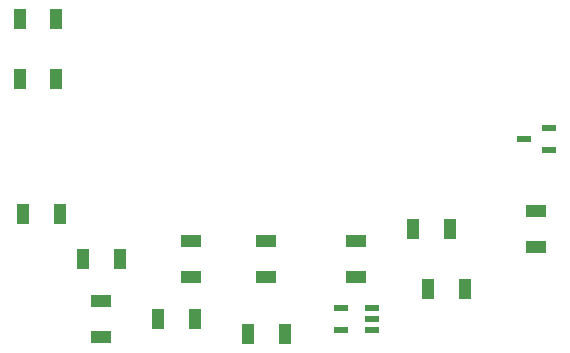
<source format=gbr>
%TF.GenerationSoftware,KiCad,Pcbnew,7.0.2*%
%TF.CreationDate,2023-06-01T11:51:48+02:00*%
%TF.ProjectId,Indicator_voltage,496e6469-6361-4746-9f72-5f766f6c7461,rev?*%
%TF.SameCoordinates,Original*%
%TF.FileFunction,Paste,Top*%
%TF.FilePolarity,Positive*%
%FSLAX46Y46*%
G04 Gerber Fmt 4.6, Leading zero omitted, Abs format (unit mm)*
G04 Created by KiCad (PCBNEW 7.0.2) date 2023-06-01 11:51:48*
%MOMM*%
%LPD*%
G01*
G04 APERTURE LIST*
%ADD10R,1.300000X0.600000*%
%ADD11R,1.800000X1.050000*%
%ADD12R,1.050000X1.800000*%
%ADD13R,1.150000X0.600000*%
G04 APERTURE END LIST*
D10*
%TO.C,Q1*%
X167420000Y-109180000D03*
X167420000Y-107280000D03*
X165320000Y-108230000D03*
%TD*%
D11*
%TO.C,R4*%
X143510000Y-119940000D03*
X143510000Y-116840000D03*
%TD*%
%TO.C,R7*%
X166370000Y-117400000D03*
X166370000Y-114300000D03*
%TD*%
D12*
%TO.C,R8*%
X159030000Y-115850000D03*
X155930000Y-115850000D03*
%TD*%
%TO.C,R13*%
X131090000Y-118390000D03*
X127990000Y-118390000D03*
%TD*%
D11*
%TO.C,R14*%
X129540000Y-125020000D03*
X129540000Y-121920000D03*
%TD*%
D12*
%TO.C,R9*%
X145060000Y-124740000D03*
X141960000Y-124740000D03*
%TD*%
D11*
%TO.C,R1*%
X151130000Y-116840000D03*
X151130000Y-119940000D03*
%TD*%
D12*
%TO.C,R6*%
X137440000Y-123470000D03*
X134340000Y-123470000D03*
%TD*%
%TO.C,R2*%
X122910000Y-114580000D03*
X126010000Y-114580000D03*
%TD*%
D13*
%TO.C,CP1*%
X152430000Y-124420000D03*
X152430000Y-123470000D03*
X152430000Y-122520000D03*
X149830000Y-122520000D03*
X149830000Y-124420000D03*
%TD*%
D12*
%TO.C,R5*%
X157200000Y-120930000D03*
X160300000Y-120930000D03*
%TD*%
D11*
%TO.C,R12*%
X137160000Y-116840000D03*
X137160000Y-119940000D03*
%TD*%
D12*
%TO.C,R3*%
X122630000Y-98070000D03*
X125730000Y-98070000D03*
%TD*%
%TO.C,R11*%
X122630000Y-103150000D03*
X125730000Y-103150000D03*
%TD*%
M02*

</source>
